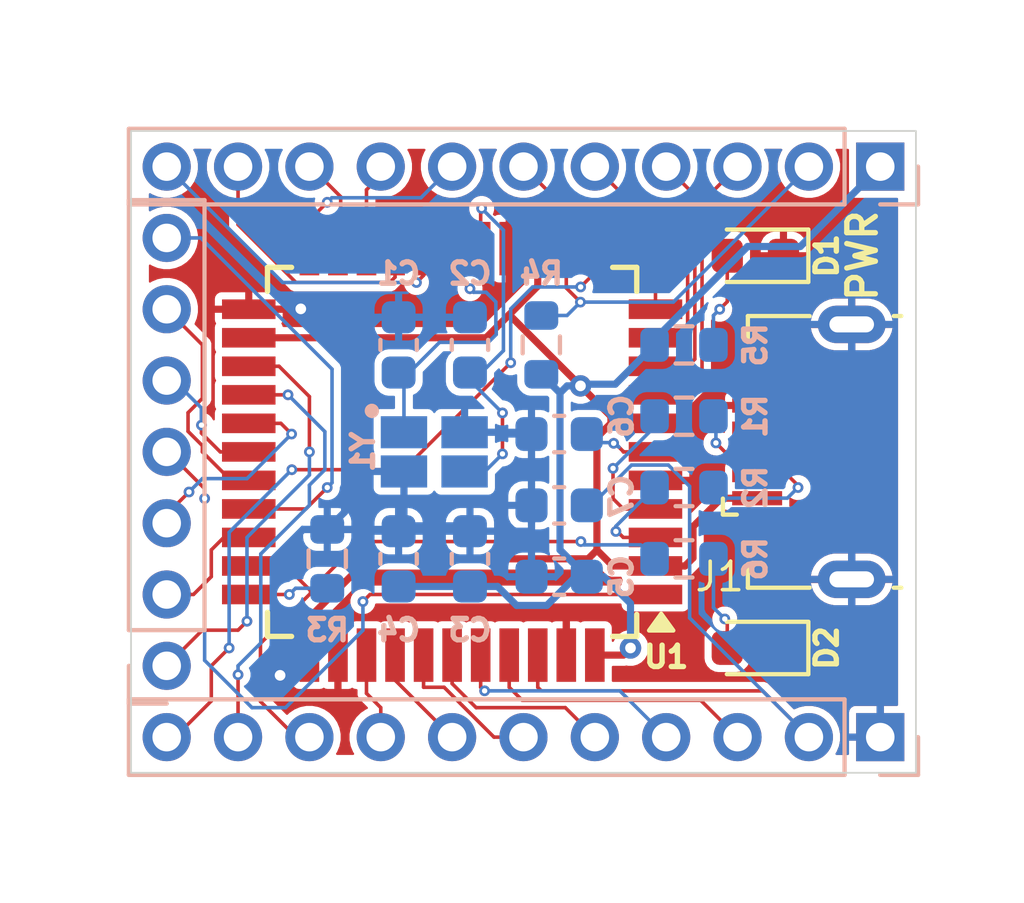
<source format=kicad_pcb>
(kicad_pcb (version 20241229) (generator "pcbnew") (generator_version "9.0")
  (layers (0 "F.Cu" signal) (2 "B.Cu" signal) (13 "F.Paste" user) (15 "B.Paste" user) (5 "F.SilkS" user "F.Silkscreen") (7 "B.SilkS" user "B.Silkscreen") (1 "F.Mask" user) (3 "B.Mask" user) (25 "Edge.Cuts" user))
  (net 0 "")
  (net 1 "XTAL1")
  (net 2 "GND")
  (net 3 "XTAL2")
  (net 4 "RESET")
  (net 5 "Net-(U1-UCAP)")
  (net 6 "Net-(D1-A)")
  (net 7 "Net-(J1-D+)")
  (net 8 "Net-(J1-D-)")
  (net 10 "Net-(U1-D+)")
  (net 11 "Net-(U1-D-)")
  (net 12 "Net-(U1-~{HWB}{slash}PE2)")
  (net 13 "VCC")
  (net 14 "D13{slash}USER_LED")
  (net 15 "A4")
  (net 16 "D5")
  (net 17 "A0")
  (net 18 "MOSI")
  (net 19 "D12")
  (net 20 "MISO")
  (net 21 "A5")
  (net 22 "D10")
  (net 23 "D3{slash}SCL")
  (net 24 "D6")
  (net 25 "SCK")
  (net 26 "A1")
  (net 27 "A3")
  (net 28 "SS")
  (net 29 "D8")
  (net 30 "D0{slash}RX")
  (net 31 "CTS")
  (net 32 "A2")
  (net 33 "D11")
  (net 34 "D1{slash}TX")
  (net 35 "D9")
  (net 36 "D4")
  (net 37 "Net-(D2-A)")
  (net 38 "D7")
  (net 39 "D2{slash}SDA")
  (net 40 "AREF")
  (footprint "LED_SMD:LED_0603_1608Metric" (layer "F.Cu") (at 8.5 -5.5 180)
    (property "Reference" "D1")
    (property "Value" "LED")
  )
  (footprint "Connector_USB:USB_Micro-B_GCT_USB3076-30-A" (layer "F.Cu") (at 10 0 90)
    (property "Reference" "J1")
    (property "Value" "USB_B_Micro")
  )
  (footprint "LED_SMD:LED_0603_1608Metric" (layer "F.Cu") (at 8.5 5.5 180)
    (property "Reference" "D2")
    (property "Value" "LED")
  )
  (footprint "Package_QFP:TQFP-44_10x10mm_P0.8mm" (layer "F.Cu") (at 0 0 180)
    (property "Reference" "U1")
    (property "Value" "ATmega32U4-A")
  )
  (footprint "Capacitor_SMD:C_0603_1608Metric" (layer "B.Cu") (at 3 -0.5 180)
    (property "Reference" "C6")
    (property "Value" "1uF")
  )
  (footprint "Resistor_SMD:R_0603_1608Metric" (layer "B.Cu") (at 2.5 -3 -90)
    (property "Reference" "R4")
    (property "Value" "10k")
  )
  (footprint "Capacitor_SMD:C_0603_1608Metric" (layer "B.Cu") (at -1.5 -3 90)
    (property "Reference" "C1")
    (property "Value" "22pF")
  )
  (footprint "Connector_PinHeader_2.00mm:PinHeader_1x11_P2.00mm_Vertical" (layer "B.Cu") (at 12 8 90)
    (property "Reference" "J3" (hide yes))
    (property "Value" "Conn_01x11")
  )
  (footprint "Crystal:830108288709_Handsolderable" (layer "B.Cu") (at -0.5 0)
    (property "Reference" "Y1")
    (property "Value" "830108288709" (hide yes))
  )
  (footprint "Capacitor_SMD:C_0603_1608Metric" (layer "B.Cu") (at -1.5 3 90)
    (property "Reference" "C4")
    (property "Value" "100nF")
  )
  (footprint "Resistor_SMD:R_0603_1608Metric" (layer "B.Cu") (at 6.5 1 180)
    (property "Reference" "R2")
    (property "Value" "22")
  )
  (footprint "Capacitor_SMD:C_0603_1608Metric" (layer "B.Cu") (at 3 1.5 180)
    (property "Reference" "C7")
    (property "Value" "100nF")
  )
  (footprint "Connector_PinHeader_2.00mm:PinHeader_1x11_P2.00mm_Vertical" (layer "B.Cu") (at 12 -8 90)
    (property "Reference" "J2" (hide yes))
    (property "Value" "Conn_01x11")
  )
  (footprint "Resistor_SMD:R_0603_1608Metric" (layer "B.Cu") (at 6.5 -3)
    (property "Reference" "R5")
    (property "Value" "330")
  )
  (footprint "Capacitor_SMD:C_0603_1608Metric" (layer "B.Cu") (at 3 3.5 180)
    (property "Reference" "C5")
    (property "Value" "100nF")
  )
  (footprint "Capacitor_SMD:C_0603_1608Metric" (layer "B.Cu") (at 0.5 -3 90)
    (property "Reference" "C2")
    (property "Value" "22pF")
  )
  (footprint "Capacitor_SMD:C_0603_1608Metric" (layer "B.Cu") (at 0.5 3 90)
    (property "Reference" "C3")
    (property "Value" "100nF")
  )
  (footprint "Connector_PinHeader_2.00mm:PinHeader_1x07_P2.00mm_Vertical" (layer "B.Cu") (at -8 6)
    (property "Reference" "J4" (hide yes))
    (property "Value" "Conn_01x07")
  )
  (footprint "Resistor_SMD:R_0603_1608Metric" (layer "B.Cu") (at -3.5 3 90)
    (property "Reference" "R3")
    (property "Value" "10k")
  )
  (footprint "Resistor_SMD:R_0603_1608Metric" (layer "B.Cu") (at 6.5 -1 180)
    (property "Reference" "R1")
    (property "Value" "22")
  )
  (footprint "Resistor_SMD:R_0603_1608Metric" (layer "B.Cu") (at 6.5 3)
    (property "Reference" "R6")
    (property "Value" "330")
  )
  (gr_rect (start -9 -9) (end 13 9) (stroke (width 0.05)) (fill no) (layer "Edge.Cuts"))
  (gr_text "PWR" (at 11.5 -5.5 90) (layer "F.SilkS") (effects (font (size 0.8 0.8) (thickness 0.15) (bold yes))))
  (segment (start 0 -5.075) (end 0 -5.7) (width 0.1) (layer "F.Cu") (net 1))
  (segment (start 0.5 -4.575) (end 0 -5.075) (width 0.1) (layer "F.Cu") (net 1))
  (via (at 0.5 -4.575) (size 0.3) (drill 0.15) (layers "F.Cu" "B.Cu") (net 1))
  (segment (start 0.5 -4.575) (end 0.599 -4.476) (width 0.1) (layer "B.Cu") (net 1))
  (segment (start 1.0152 -3.0724) (end -0.352 -3.0724) (width 0.1) (layer "B.Cu") (net 1))
  (segment (start 1.2362 -3.2934) (end 1.0152 -3.0724) (width 0.1) (layer "B.Cu") (net 1))
  (segment (start 1.226 -4.2034) (end 1.226 -3.524) (width 0.1) (layer "B.Cu") (net 1))
  (segment (start -0.352 -3.0724) (end -1.3497 -2.0747) (width 0.1) (layer "B.Cu") (net 1))
  (segment (start 0.599 -4.476) (end 0.9534 -4.476) (width 0.1) (layer "B.Cu") (net 1))
  (segment (start 0.9534 -4.476) (end 1.226 -4.2034) (width 0.1) (layer "B.Cu") (net 1))
  (segment (start -1.3497 -2.0747) (end -1.5 -2.225) (width 0.1) (layer "B.Cu") (net 1))
  (segment (start -1.3497 -0.5497) (end -1.3497 -2.0747) (width 0.1) (layer "B.Cu") (net 1))
  (segment (start 1.2362 -3.5138) (end 1.2362 -3.2934) (width 0.1) (layer "B.Cu") (net 1))
  (segment (start 1.226 -3.524) (end 1.2362 -3.5138) (width 0.1) (layer "B.Cu") (net 1))
  (segment (start 8.97 -2.32) (end 9.9483 -3.2983) (width 0.2) (layer "F.Cu") (net 2))
  (segment (start -3.0983 4.6483) (end 3.2 4.6483) (width 0.2) (layer "F.Cu") (net 2))
  (segment (start -4.822 6.2672) (end -4.77295 6.31625) (width 0.2) (layer "F.Cu") (net 2))
  (segment (start -4.23115 -4) (end -4.241675 -4.010525) (width 0.2) (layer "F.Cu") (net 2))
  (segment (start -4.77295 6.50665) (end -4.5279 6.7517) (width 0.2) (layer "F.Cu") (net 2))
  (segment (start -3.2 6.7517) (end -3.2 5.7) (width 0.2) (layer "F.Cu") (net 2))
  (segment (start 0.9517 -4) (end -4.23115 -4) (width 0.2) (layer "F.Cu") (net 2))
  (segment (start 9.9483 2.3684) (end 9.9483 3.575) (width 0.2) (layer "F.Cu") (net 2))
  (segment (start 7.9433 -2.32) (end 6.7517 -1.1284) (width 0.2) (layer "F.Cu") (net 2))
  (segment (start -4.2522 -4) (end -5.7 -4) (width 0.2) (layer "F.Cu") (net 2))
  (segment (start 1.6 -4.6483) (end 0.9517 -4) (width 0.2) (layer "F.Cu") (net 2))
  (segment (start 8.55 -1.9) (end 8.97 -2.32) (width 0.2) (layer "F.Cu") (net 2))
  (segment (start 9.2875 -4.6608) (end 9.9483 -4) (width 0.2) (layer "F.Cu") (net 2))
  (segment (start 11.2 1.125) (end 11.1917 1.125) (width 0.2) (layer "F.Cu") (net 2))
  (segment (start 5.7 0.8) (end 6.7517 0.8) (width 0.2) (layer "F.Cu") (net 2))
  (segment (start 9.4834 2.32) (end 8.97 2.32) (width 0.2) (layer "F.Cu") (net 2))
  (segment (start 9.2875 -5.5) (end 9.2875 -4.6608) (width 0.2) (layer "F.Cu") (net 2))
  (segment (start 7 4.6483) (end 3.2 4.6483) (width 0.2) (layer "F.Cu") (net 2))
  (segment (start 8.97 -2.32) (end 7.9433 -2.32) (width 0.2) (layer "F.Cu") (net 2))
  (segment (start -4.77295 6.31625) (end -4.77295 6.50665) (width 0.2) (layer "F.Cu") (net 2))
  (segment (start 9.9967 2.32) (end 9.9483 2.3684) (width 0.2) (layer "F.Cu") (net 2))
  (segment (start 9.9483 -4) (end 9.9483 -3.575) (width 0.2) (layer "F.Cu") (net 2))
  (segment (start 11.025 -1.3) (end 8.55 -1.3) (width 0.2) (layer "F.Cu") (net 2))
  (segment (start 9.2875 4.6483) (end 9.2875 5.5) (width 0.2) (layer "F.Cu") (net 2))
  (segment (start 11.1917 1.125) (end 9.9967 2.32) (width 0.2) (layer "F.Cu") (net 2))
  (segment (start -4.5279 6.7517) (end -3.2 6.7517) (width 0.2) (layer "F.Cu") (net 2))
  (segment (start 3.2 5.7) (end 3.2 4.6483) (width 0.2) (layer "F.Cu") (net 2))
  (segment (start 1.6 -5.7) (end 1.6 -4.6483) (width 0.2) (layer "F.Cu") (net 2))
  (segment (start 9.9483 -3.2983) (end 9.9483 -3.575) (width 0.2) (layer "F.Cu") (net 2))
  (segment (start 8.55 -1.3) (end 8.55 -1.9) (width 0.2) (layer "F.Cu") (net 2))
  (segment (start 11.2 -3.575) (end 9.9483 -3.575) (width 0.2) (layer "F.Cu") (net 2))
  (segment (start 9.2875 4.2358) (end 7.4125 4.2358) (width 0.2) (layer "F.Cu") (net 2))
  (segment (start -4.241675 -4.010525) (end -4.2522 -4) (width 0.2) (layer "F.Cu") (net 2))
  (segment (start -3.2 4.75) (end -3.0983 4.6483) (width 0.2) (layer "F.Cu") (net 2))
  (segment (start -3.2 5.7) (end -3.2 4.75) (width 0.2) (layer "F.Cu") (net 2))
  (segment (start 7.4125 4.2358) (end 7 4.6483) (width 0.2) (layer "F.Cu") (net 2))
  (segment (start 9.4834 2.32) (end 9.9967 2.32) (width 0.2) (layer "F.Cu") (net 2))
  (segment (start 9.9483 3.575) (end 9.2875 4.2358) (width 0.2) (layer "F.Cu") (net 2))
  (segment (start 6.7517 -1.1284) (end 6.7517 0.8) (width 0.2) (layer "F.Cu") (net 2))
  (segment (start 11.2 3.575) (end 9.9483 3.575) (width 0.2) (layer "F.Cu") (net 2))
  (segment (start 9.2875 4.2358) (end 9.2875 4.6483) (width 0.2) (layer "F.Cu") (net 2))
  (segment (start 11.2 -1.125) (end 11.025 -1.3) (width 0.2) (layer "F.Cu") (net 2))
  (via (at -4.822 6.2672) (size 0.6) (drill 0.3) (layers "F.Cu" "B.Cu") (net 2))
  (via (at -4.241675 -4.010525) (size 0.6) (drill 0.3) (layers "F.Cu" "B.Cu") (net 2))
  (segment (start -4.822 6.2672) (end -5.0124 6.0768) (width 0.2) (layer "B.Cu") (net 2))
  (segment (start 2.225 1.994) (end 2.225 1.5) (width 0.2) (layer "B.Cu") (net 2))
  (segment (start -5.0124 6.0768) (end -5.0124 3.0124) (width 0.2) (layer "B.Cu") (net 2))
  (segment (start 0.3498 -0.5497) (end 2.1753 -0.5497) (width 0.2) (layer "B.Cu") (net 2))
  (segment (start -5.0124 3.0124) (end -4.175 2.175) (width 0.2) (layer "B.Cu") (net 2))
  (segment (start 2.1753 -0.5497) (end 2.225 -0.5) (width 0.2) (layer "B.Cu") (net 2))
  (segment (start -3.0149 -2.8048) (end -3.5 -3.2899) (width 0.2) (layer "B.Cu") (net 2))
  (segment (start 11.2 5.25) (end 11.2 3.575) (width 0.2) (layer "B.Cu") (net 2))
  (segment (start -3.5 2.175) (end -1.55 2.175) (width 0.2) (layer "B.Cu") (net 2))
  (segment (start 2.225 1.994) (end 2.225 -0.5) (width 0.2) (layer "B.Cu") (net 2))
  (segment (start -3.0149 -2.8048) (end -2.0447 -3.775) (width 0.2) (layer "B.Cu") (net 2))
  (segment (start -3.5 -3.2899) (end -4.220625 -4.010525) (width 0.2) (layer "B.Cu") (net 2))
  (segment (start 12 8) (end 12 6.05) (width 0.2) (layer "B.Cu") (net 2))
  (segment (start -4.175 2.175) (end -3.5 2.175) (width 0.2) (layer "B.Cu") (net 2))
  (segment (start 0.3497 2.0747) (end 0.5 2.225) (width 0.2) (layer "B.Cu") (net 2))
  (segment (start 2.225 2.225) (end 0.5 2.225) (width 0.2) (layer "B.Cu") (net 2))
  (segment (start -2.0447 -3.775) (end -1.5 -3.775) (width 0.2) (layer "B.Cu") (net 2))
  (segment (start -3.5 2.175) (end -3.0149 1.6899) (width 0.2) (layer "B.Cu") (net 2))
  (segment (start 2.225 3.5) (end 2.225 2.225) (width 0.2) (layer "B.Cu") (net 2))
  (segment (start -1.3497 2.0747) (end -1.5 2.225) (width 0.2) (layer "B.Cu") (net 2))
  (segment (start -1.55 2.175) (end -1.5 2.225) (width 0.2) (layer "B.Cu") (net 2))
  (segment (start -3.0149 1.6899) (end -3.0149 -2.8048) (width 0.2) (layer "B.Cu") (net 2))
  (segment (start -1.3497 0.5498) (end -1.3497 2.0747) (width 0.2) (layer "B.Cu") (net 2))
  (segment (start 12 6.05) (end 11.2 5.25) (width 0.2) (layer "B.Cu") (net 2))
  (segment (start -4.220625 -4.010525) (end -4.241675 -4.010525) (width 0.2) (layer "B.Cu") (net 2))
  (segment (start 11.2 3.575) (end 11.2 -3.575) (width 0.2) (layer "B.Cu") (net 2))
  (segment (start -1.3497 2.0747) (end 0.3497 2.0747) (width 0.2) (layer "B.Cu") (net 2))
  (segment (start 0.5 -3.775) (end -1.5 -3.775) (width 0.2) (layer "B.Cu") (net 2))
  (segment (start 2.225 2.225) (end 2.225 1.994) (width 0.2) (layer "B.Cu") (net 2))
  (segment (start 0.8275 -6.8275) (end 0.8 -6.8) (width 0.1) (layer "F.Cu") (net 3))
  (segment (start 1.4114 0.0568) (end 1.4114 -1.0922) (width 0.1) (layer "F.Cu") (net 3))
  (segment (start 0.8 -6.8) (end 0.8 -5.7) (width 0.1) (layer "F.Cu") (net 3))
  (via (at 1.4114 -1.0922) (size 0.3) (drill 0.15) (layers "F.Cu" "B.Cu") (net 3))
  (via (at 0.8275 -6.8275) (size 0.3) (drill 0.15) (layers "F.Cu" "B.Cu") (net 3))
  (via (at 1.4114 0.0568) (size 0.3) (drill 0.15) (layers "F.Cu" "B.Cu") (net 3))
  (segment (start 0.5 -2.225) (end 0.825 -2.225) (width 0.1) (layer "B.Cu") (net 3))
  (segment (start 0.8275 -6.8275) (end 1.4379 -6.2171) (width 0.1) (layer "B.Cu") (net 3))
  (segment (start 1.4379 -6.2171) (end 1.4379 -2.8379) (width 0.1) (layer "B.Cu") (net 3))
  (segment (start 0.5 -2.0036) (end 1.4114 -1.0922) (width 0.1) (layer "B.Cu") (net 3))
  (segment (start 1.4114 0.0568) (end 0.9184 0.5498) (width 0.1) (layer "B.Cu") (net 3))
  (segment (start 0.9184 0.5498) (end 0.3498 0.5498) (width 0.1) (layer "B.Cu") (net 3))
  (segment (start 1.4379 -2.8379) (end 0.825 -2.225) (width 0.1) (layer "B.Cu") (net 3))
  (segment (start 0.5 -2.225) (end 0.5 -2.0036) (width 0.1) (layer "B.Cu") (net 3))
  (segment (start 3.2 -4.5964) (end 3.2 -5.7) (width 0.1) (layer "F.Cu") (net 4))
  (segment (start 3.5964 -4.2) (end 3.2 -4.5964) (width 0.1) (layer "F.Cu") (net 4))
  (via (at 3.5964 -4.2) (size 0.3) (drill 0.15) (layers "F.Cu" "B.Cu") (net 4))
  (segment (start 6.2 -4.2) (end 3.5964 -4.2) (width 0.1) (layer "B.Cu") (net 4))
  (segment (start 2.5 -3.825) (end 3.2214 -3.825) (width 0.1) (layer "B.Cu") (net 4))
  (segment (start 3.2214 -3.825) (end 3.5964 -4.2) (width 0.1) (layer "B.Cu") (net 4))
  (segment (start 10 -8) (end 6.2 -4.2) (width 0.1) (layer "B.Cu") (net 4))
  (segment (start 4.568499 -0.240401) (end 4.6736 -0.1353) (width 0.1) (layer "F.Cu") (net 5))
  (segment (start 4.7983 -0.0106) (end 4.7983 0) (width 0.1) (layer "F.Cu") (net 5))
  (segment (start 4.6736 -0.1353) (end 4.5493 -0.2596) (width 0.1) (layer "F.Cu") (net 5))
  (segment (start 4.568499 -0.240401) (end 4.7983 -0.0106) (width 0.1) (layer "F.Cu") (net 5))
  (segment (start 4.527799 -0.240401) (end 4.568499 -0.240401) (width 0.1) (layer "F.Cu") (net 5))
  (segment (start 4.7983 0) (end 5.7 0) (width 0.1) (layer "F.Cu") (net 5))
  (via (at 4.527799 -0.240401) (size 0.3) (drill 0.15) (layers "F.Cu" "B.Cu") (net 5))
  (segment (start 4.5086 -0.2596) (end 4.0154 -0.2596) (width 0.1) (layer "B.Cu") (net 5))
  (segment (start 4.6736 -0.1353) (end 4.5493 -0.2596) (width 0.1) (layer "B.Cu") (net 5))
  (segment (start 4.568499 -0.240401) (end 4.6736 -0.1353) (width 0.1) (layer "B.Cu") (net 5))
  (segment (start 4.527799 -0.240401) (end 4.5086 -0.2596) (width 0.1) (layer "B.Cu") (net 5))
  (segment (start 4.527799 -0.240401) (end 4.568499 -0.240401) (width 0.1) (layer "B.Cu") (net 5))
  (segment (start 4.0154 -0.2596) (end 3.775 -0.5) (width 0.1) (layer "B.Cu") (net 5))
  (segment (start 7.7125 -4.2125) (end 7.5 -4) (width 0.1) (layer "F.Cu") (net 6))
  (segment (start 7.7125 -5.5) (end 7.7125 -4.2125) (width 0.1) (layer "F.Cu") (net 6))
  (via (at 7.5 -4) (size 0.3) (drill 0.15) (layers "F.Cu" "B.Cu") (net 6))
  (segment (start 7.325 -3.825) (end 7.325 -3) (width 0.1) (layer "B.Cu") (net 6))
  (segment (start 7.5 -4) (end 7.325 -3.825) (width 0.1) (layer "B.Cu") (net 6))
  (segment (start 7.6457 0.0016) (end 7.6967 0.0016) (width 0.1) (layer "F.Cu") (net 7))
  (segment (start 7.3941 -0.25) (end 7.6457 0.0016) (width 0.1) (layer "F.Cu") (net 7))
  (segment (start 7.6983 0) (end 8.55 0) (width 0.1) (layer "F.Cu") (net 7))
  (segment (start 7.6967 0.0016) (end 7.6983 0) (width 0.1) (layer "F.Cu") (net 7))
  (via (at 7.3941 -0.25) (size 0.3) (drill 0.15) (layers "F.Cu" "B.Cu") (net 7))
  (segment (start 7.3941 -0.9309) (end 7.325 -1) (width 0.1) (layer "B.Cu") (net 7))
  (segment (start 7.3941 -0.25) (end 7.3941 -0.9309) (width 0.1) (layer "B.Cu") (net 7))
  (segment (start 9.695 0.9433) (end 9.4017 0.65) (width 0.1) (layer "F.Cu") (net 8))
  (segment (start 9.4017 0.65) (end 8.55 0.65) (width 0.1) (layer "F.Cu") (net 8))
  (segment (start 9.695 1) (end 9.695 0.9433) (width 0.1) (layer "F.Cu") (net 8))
  (via (at 9.695 1) (size 0.3) (drill 0.15) (layers "F.Cu" "B.Cu") (net 8))
  (segment (start 7.6225 1.2975) (end 7.325 1) (width 0.1) (layer "B.Cu") (net 8))
  (segment (start 9.695 1) (end 9.3975 1.2975) (width 0.1) (layer "B.Cu") (net 8))
  (segment (start 9.3975 1.2975) (end 7.6225 1.2975) (width 0.1) (layer "B.Cu") (net 8))
  (segment (start 4.5103 1.312) (end 4.5103 0.4625) (width 0.1) (layer "F.Cu") (net 10))
  (segment (start 4.7983 1.6) (end 4.5103 1.312) (width 0.1) (layer "F.Cu") (net 10))
  (segment (start 5.7 1.6) (end 4.7983 1.6) (width 0.1) (layer "F.Cu") (net 10))
  (via (at 4.5103 0.4625) (size 0.3) (drill 0.15) (layers "F.Cu" "B.Cu") (net 10))
  (segment (start 5.675 -0.7022) (end 5.675 -1) (width 0.1) (layer "B.Cu") (net 10))
  (segment (start 4.5103 0.4625) (end 5.675 -0.7022) (width 0.1) (layer "B.Cu") (net 10))
  (segment (start 4.5907 2.2316) (end 4.6299 2.2316) (width 0.1) (layer "F.Cu") (net 11))
  (segment (start 4.6299 2.2316) (end 4.7983 2.4) (width 0.1) (layer "F.Cu") (net 11))
  (segment (start 5.7 2.4) (end 4.7983 2.4) (width 0.1) (layer "F.Cu") (net 11))
  (via (at 4.5907 2.2316) (size 0.3) (drill 0.15) (layers "F.Cu" "B.Cu") (net 11))
  (segment (start 4.5907 2.0843) (end 4.5907 2.2316) (width 0.1) (layer "B.Cu") (net 11))
  (segment (start 5.675 1) (end 4.5907 2.0843) (width 0.1) (layer "B.Cu") (net 11))
  (segment (start -4.5624 4) (end -5.7 4) (width 0.1) (layer "F.Cu") (net 12))
  (via (at -4.5624 4) (size 0.3) (drill 0.15) (layers "F.Cu" "B.Cu") (net 12))
  (segment (start -4.3874 3.825) (end -4.5624 4) (width 0.1) (layer "B.Cu") (net 12))
  (segment (start -3.5 3.825) (end -4.3874 3.825) (width 0.1) (layer "B.Cu") (net 12))
  (segment (start 1.6 -3.8483) (end 3.5979 -1.8504) (width 0.2) (layer "F.Cu") (net 13))
  (segment (start 5.7 3.2) (end 6.527 3.2) (width 0.2) (layer "F.Cu") (net 13))
  (segment (start -5.7 -3.2) (end 0.9517 -3.2) (width 0.2) (layer "F.Cu") (net 13))
  (segment (start -2.3517 3) (end 3.8125 3) (width 0.2) (layer "F.Cu") (net 13))
  (segment (start 4.451 -0.9973) (end 3.5979 -1.8504) (width 0.2) (layer "F.Cu") (net 13))
  (segment (start 4.6483 -0.8) (end 4.607 -0.8) (width 0.2) (layer "F.Cu") (net 13))
  (segment (start 7.5483 1.3) (end 8.55 1.3) (width 0.2) (layer "F.Cu") (net 13))
  (segment (start 0.9517 -3.2) (end 1.6 -3.8483) (width 0.2) (layer "F.Cu") (net 13))
  (segment (start 5.7 -0.8) (end 5.1742 -0.8) (width 0.2) (layer "F.Cu") (net 13))
  (segment (start 4.607 -0.8) (end 4.451 -0.8) (width 0.2) (layer "F.Cu") (net 13))
  (segment (start 1.6 -3.8483) (end 2.4 -4.6483) (width 0.2) (layer "F.Cu") (net 13))
  (segment (start 4.0586 2.7539) (end 4.5047 3.2) (width 0.2) (layer "F.Cu") (net 13))
  (segment (start 6.527 3.2) (end 6.7517 2.9753) (width 0.2) (layer "F.Cu") (net 13))
  (segment (start -4 5.7) (end -4 4.6483) (width 0.2) (layer "F.Cu") (net 13))
  (segment (start -4 4.6483) (end -2.3517 3) (width 0.2) (layer "F.Cu") (net 13))
  (segment (start 2.4 -5.7) (end 2.4 -4.6483) (width 0.2) (layer "F.Cu") (net 13))
  (segment (start 4.451 -0.8) (end 4.0586 -0.4076) (width 0.2) (layer "F.Cu") (net 13))
  (segment (start 4.451 -0.8) (end 4.451 -0.9973) (width 0.2) (layer "F.Cu") (net 13))
  (segment (start 6.7517 2.0966) (end 7.5483 1.3) (width 0.2) (layer "F.Cu") (net 13))
  (segment (start 4.8 5.7) (end 5 5.5) (width 0.2) (layer "F.Cu") (net 13))
  (segment (start 4.5047 3.2) (end 5.7 3.2) (width 0.2) (layer "F.Cu") (net 13))
  (segment (start 6.7517 2.9753) (end 6.7517 2.0966) (width 0.2) (layer "F.Cu") (net 13))
  (segment (start 3.8125 3) (end 4.0586 2.7539) (width 0.2) (layer "F.Cu") (net 13))
  (segment (start 4.0586 -0.4076) (end 4.0586 2.7539) (width 0.2) (layer "F.Cu") (net 13))
  (segment (start 4 5.7) (end 4.8 5.7) (width 0.2) (layer "F.Cu") (net 13))
  (segment (start 5.1742 -0.8) (end 4.6483 -0.8) (width 0.2) (layer "F.Cu") (net 13))
  (via (at 5 5.5) (size 0.6) (drill 0.3) (layers "F.Cu" "B.Cu") (net 13))
  (via (at 3.5979 -1.8504) (size 0.6) (drill 0.3) (layers "F.Cu" "B.Cu") (net 13))
  (segment (start 2.6562 4.3062) (end 3.4624 3.5) (width 0.2) (layer "B.Cu") (net 13))
  (segment (start 3.024 -1.651) (end 2.5 -2.175) (width 0.2) (layer "B.Cu") (net 13))
  (segment (start 1.275 3.775) (end 1.8062 4.3062) (width 0.2) (layer "B.Cu") (net 13))
  (segment (start 3.5979 -1.8981) (end 3.5979 -1.8504) (width 0.2) (layer "B.Cu") (net 13))
  (segment (start 9.7599 -5.7599) (end 8.2821 -5.7599) (width 0.2) (layer "B.Cu") (net 13))
  (segment (start 5 4.25) (end 4.25 3.5) (width 0.2) (layer "B.Cu") (net 13))
  (segment (start 3.2234 -1.8504) (end 3.024 -1.651) (width 0.2) (layer "B.Cu") (net 13))
  (segment (start 4.25 3.5) (end 3.775 3.5) (width 0.2) (layer "B.Cu") (net 13))
  (segment (start 3.775 3.5) (end 3.024 2.749) (width 0.2) (layer "B.Cu") (net 13))
  (segment (start 5 5.5) (end 5 4.25) (width 0.2) (layer "B.Cu") (net 13))
  (segment (start 12 -8) (end 9.7599 -5.7599) (width 0.2) (layer "B.Cu") (net 13))
  (segment (start 0.5 3.775) (end 1.275 3.775) (width 0.2) (layer "B.Cu") (net 13))
  (segment (start -1.5 3.775) (end 0.5 3.775) (width 0.2) (layer "B.Cu") (net 13))
  (segment (start 5.675 -3.1528) (end 5.675 -3) (width 0.2) (layer "B.Cu") (net 13))
  (segment (start 1.8062 4.3062) (end 2.6562 4.3062) (width 0.2) (layer "B.Cu") (net 13))
  (segment (start 3.5979 -1.8504) (end 3.2234 -1.8504) (width 0.2) (layer "B.Cu") (net 13))
  (segment (start 4.5731 -1.8981) (end 5.675 -3) (width 0.2) (layer "B.Cu") (net 13))
  (segment (start 3.4624 3.5) (end 3.775 3.5) (width 0.2) (layer "B.Cu") (net 13))
  (segment (start 3.5979 -1.8981) (end 4.5731 -1.8981) (width 0.2) (layer "B.Cu") (net 13))
  (segment (start 8.2821 -5.7599) (end 5.675 -3.1528) (width 0.2) (layer "B.Cu") (net 13))
  (segment (start 3.024 2.749) (end 3.024 -1.651) (width 0.2) (layer "B.Cu") (net 13))
  (segment (start -5.7 3.2) (end -4.8745 3.2) (width 0.1) (layer "F.Cu") (net 14))
  (segment (start -4 8) (end -4.372 8) (width 0.1) (layer "F.Cu") (net 14))
  (segment (start 3.6086 2.514792) (end -2.592392 2.514792) (width 0.1) (layer "F.Cu") (net 14))
  (segment (start -4.372 8) (end -5.372 7) (width 0.1) (layer "F.Cu") (net 14))
  (segment (start -3.9697 3.8921) (end -3.9697 3.9697) (width 0.1) (layer "F.Cu") (net 14))
  (segment (start -4.8745 3.2) (end -4.6618 3.2) (width 0.1) (layer "F.Cu") (net 14))
  (segment (start -2.592392 2.514792) (end -3.9697 3.8921) (width 0.1) (layer "F.Cu") (net 14))
  (segment (start -4.6618 3.2) (end -3.9697 3.8921) (width 0.1) (layer "F.Cu") (net 14))
  (segment (start -5.372 7) (end -5.372 5.372) (width 0.1) (layer "F.Cu") (net 14))
  (segment (start -3.9697 3.9697) (end -5.372 5.372) (width 0.1) (layer "F.Cu") (net 14))
  (via (at 3.6086 2.514792) (size 0.3) (drill 0.15) (layers "F.Cu" "B.Cu") (net 14))
  (segment (start 5.2826 2.6076) (end 3.701408 2.6076) (width 0.1) (layer "B.Cu") (net 14))
  (segment (start 3.701408 2.6076) (end 3.6086 2.514792) (width 0.1) (layer "B.Cu") (net 14))
  (segment (start 5.675 3) (end 5.2826 2.6076) (width 0.1) (layer "B.Cu") (net 14))
  (segment (start 0.9109 6.7017) (end 0.8109 6.6017) (width 0.1) (layer "F.Cu") (net 15))
  (segment (start 0.8 5.7) (end 0.8 6.6017) (width 0.1) (layer "F.Cu") (net 15))
  (segment (start 0.8109 6.6017) (end 0.8 6.6017) (width 0.1) (layer "F.Cu") (net 15))
  (via (at 0.9109 6.7017) (size 0.3) (drill 0.15) (layers "F.Cu" "B.Cu") (net 15))
  (segment (start 4.7017 6.7017) (end 0.9109 6.7017) (width 0.1) (layer "B.Cu") (net 15))
  (segment (start 6 8) (end 4.7017 6.7017) (width 0.1) (layer "B.Cu") (net 15))
  (segment (start -8 4) (end -7.25 4) (width 0.1) (layer "F.Cu") (net 16))
  (segment (start -6.4 2.4) (end -5.7 2.4) (width 0.1) (layer "F.Cu") (net 16))
  (segment (start -6.75 3.5) (end -6.75 2.75) (width 0.1) (layer "F.Cu") (net 16))
  (segment (start -6.75 2.75) (end -6.4 2.4) (width 0.1) (layer "F.Cu") (net 16))
  (segment (start -7.25 4) (end -6.75 3.5) (width 0.1) (layer "F.Cu") (net 16))
  (segment (start -2 8) (end -2 7.1733) (width 0.1) (layer "F.Cu") (net 17))
  (segment (start -2 7.1733) (end -2.4 6.7733) (width 0.1) (layer "F.Cu") (net 17))
  (segment (start -2.4 6.7733) (end -2.4 5.7) (width 0.1) (layer "F.Cu") (net 17))
  (segment (start 6.6017 -5.3983) (end 4 -8) (width 0.1) (layer "F.Cu") (net 18))
  (segment (start 5.7 -3.2) (end 6.3017 -3.2) (width 0.1) (layer "F.Cu") (net 18))
  (segment (start 6.6017 -3.5) (end 6.6017 -5.3983) (width 0.1) (layer "F.Cu") (net 18))
  (segment (start 6.3017 -3.2) (end 6.6017 -3.5) (width 0.1) (layer "F.Cu") (net 18))
  (segment (start -4.6 -1.6) (end -5.7 -1.6) (width 0.1) (layer "F.Cu") (net 19))
  (segment (start -6 6.25) (end -6 8) (width 0.1) (layer "F.Cu") (net 19))
  (via (at -6 6.25) (size 0.3) (drill 0.15) (layers "F.Cu" "B.Cu") (net 19))
  (via (at -4.6 -1.6) (size 0.3) (drill 0.15) (layers "F.Cu" "B.Cu") (net 19))
  (segment (start -5.3634 2.8634) (end -4 1.5) (width 0.1) (layer "B.Cu") (net 19))
  (segment (start -4 1.5) (end -4 0.9331) (width 0.1) (layer "B.Cu") (net 19))
  (segment (start -6 6.25) (end -6 6) (width 0.1) (layer "B.Cu") (net 19))
  (segment (start -6 6) (end -5.3634 5.3634) (width 0.1) (layer "B.Cu") (net 19))
  (segment (start -4 0.9331) (end -3.5669 0.5) (width 0.1) (layer "B.Cu") (net 19))
  (segment (start -3.5669 0.5) (end -3.5669 -0.5669) (width 0.1) (layer "B.Cu") (net 19))
  (segment (start -5.3634 5.3634) (end -5.3634 2.8634) (width 0.1) (layer "B.Cu") (net 19))
  (segment (start -3.5669 -0.5669) (end -4.6 -1.6) (width 0.1) (layer "B.Cu") (net 19))
  (segment (start 5.7 -4) (end 5.7 -5.55) (width 0.1) (layer "F.Cu") (net 20))
  (segment (start 4.3305 -6.9195) (end 3.0805 -6.9195) (width 0.1) (layer "F.Cu") (net 20))
  (segment (start 5.7 -5.55) (end 4.3305 -6.9195) (width 0.1) (layer "F.Cu") (net 20))
  (segment (start 3.0805 -6.9195) (end 2 -8) (width 0.1) (layer "F.Cu") (net 20))
  (segment (start 1.9661 6.9678) (end 1.6 6.6017) (width 0.1) (layer "F.Cu") (net 21))
  (segment (start 6.9678 6.9678) (end 1.9661 6.9678) (width 0.1) (layer "F.Cu") (net 21))
  (segment (start 8 8) (end 6.9678 6.9678) (width 0.1) (layer "F.Cu") (net 21))
  (segment (start 1.6 6.6017) (end 1.6 5.7) (width 0.1) (layer "F.Cu") (net 21))
  (segment (start -3.5 1) (end -4.1 1.6) (width 0.1) (layer "F.Cu") (net 22))
  (segment (start -4.1 1.6) (end -5.7 1.6) (width 0.1) (layer "F.Cu") (net 22))
  (via (at -3.5 1) (size 0.3) (drill 0.15) (layers "F.Cu" "B.Cu") (net 22))
  (segment (start -7.045406 -6) (end -8 -6) (width 0.1) (layer "B.Cu") (net 22))
  (segment (start -3.3659 0.8659) (end -3.3659 -2.320494) (width 0.1) (layer "B.Cu") (net 22))
  (segment (start -3.5 1) (end -3.3659 0.8659) (width 0.1) (layer "B.Cu") (net 22))
  (segment (start -3.3659 -2.320494) (end -7.045406 -6) (width 0.1) (layer "B.Cu") (net 22))
  (segment (start -0.8 -5.7) (end -0.8 -4.95) (width 0.1) (layer "F.Cu") (net 23))
  (segment (start -0.8 -4.95) (end -1 -4.75) (width 0.1) (layer "F.Cu") (net 23))
  (via (at -1 -4.75) (size 0.3) (drill 0.15) (layers "F.Cu" "B.Cu") (net 23))
  (segment (start -4.75 -4.75) (end -8 -8) (width 0.1) (layer "B.Cu") (net 23))
  (segment (start -1 -4.75) (end -4.75 -4.75) (width 0.1) (layer "B.Cu") (net 23))
  (segment (start -4.5 -0.5) (end -4.8 -0.8) (width 0.1) (layer "F.Cu") (net 24))
  (segment (start -7.375 1.125) (end -8 1.75) (width 0.1) (layer "F.Cu") (net 24))
  (segment (start -8 1.75) (end -8 2) (width 0.1) (layer "F.Cu") (net 24))
  (segment (start -4.8 -0.8) (end -5.7 -0.8) (width 0.1) (layer "F.Cu") (net 24))
  (via (at -7.375 1.125) (size 0.3) (drill 0.15) (layers "F.Cu" "B.Cu") (net 24))
  (via (at -4.5 -0.5) (size 0.3) (drill 0.15) (layers "F.Cu" "B.Cu") (net 24))
  (segment (start -7 0.75) (end -5.75 0.75) (width 0.1) (layer "B.Cu") (net 24))
  (segment (start -5.75 0.75) (end -4.5 -0.5) (width 0.1) (layer "B.Cu") (net 24))
  (segment (start -7.375 1.125) (end -7 0.75) (width 0.1) (layer "B.Cu") (net 24))
  (segment (start 6.8034 -2.6017) (end 6.8034 -7.1966) (width 0.1) (layer "F.Cu") (net 25))
  (segment (start 6.8034 -7.1966) (end 6 -8) (width 0.1) (layer "F.Cu") (net 25))
  (segment (start 5.7 -2.4) (end 6.6017 -2.4) (width 0.1) (layer "F.Cu") (net 25))
  (segment (start 6.6017 -2.4) (end 6.8034 -2.6017) (width 0.1) (layer "F.Cu") (net 25))
  (segment (start -1.6 6.4) (end 0 8) (width 0.1) (layer "F.Cu") (net 26))
  (segment (start -1.6 5.7) (end -1.6 6.4) (width 0.1) (layer "F.Cu") (net 26))
  (segment (start 4 8) (end 3.1733 7.1733) (width 0.1) (layer "F.Cu") (net 27))
  (segment (start 0.6733 7.1733) (end 0 6.5) (width 0.1) (layer "F.Cu") (net 27))
  (segment (start 3.1733 7.1733) (end 0.6733 7.1733) (width 0.1) (layer "F.Cu") (net 27))
  (segment (start 0 6.5) (end 0 5.7) (width 0.1) (layer "F.Cu") (net 27))
  (segment (start 5.7 -1.6) (end 6.6017 -1.6) (width 0.1) (layer "F.Cu") (net 28))
  (segment (start 7.0051 -7.0051) (end 8 -8) (width 0.1) (layer "F.Cu") (net 28))
  (segment (start 7.0051 -2.0034) (end 7.0051 -7.0051) (width 0.1) (layer "F.Cu") (net 28))
  (segment (start 6.6017 -1.6) (end 7.0051 -2.0034) (width 0.1) (layer "F.Cu") (net 28))
  (segment (start -7.0258 -0.5258) (end -6.5 0) (width 0.1) (layer "F.Cu") (net 29))
  (segment (start -6.5 0) (end -5.7 0) (width 0.1) (layer "F.Cu") (net 29))
  (segment (start -7.0258 -0.75) (end -7.0258 -0.5258) (width 0.1) (layer "F.Cu") (net 29))
  (via (at -7.0258 -0.75) (size 0.3) (drill 0.15) (layers "F.Cu" "B.Cu") (net 29))
  (segment (start -7.7963 -2) (end -8 -2) (width 0.1) (layer "B.Cu") (net 29))
  (segment (start -7.0258 -1.2295) (end -7.7963 -2) (width 0.1) (layer "B.Cu") (net 29))
  (segment (start -7.0258 -0.75) (end -7.0258 -1.2279) (width 0.1) (layer "B.Cu") (net 29))
  (segment (start -7.0258 -0.75) (end -7.0258 -1.2295) (width 0.1) (layer "B.Cu") (net 29))
  (segment (start -2.4 -7.35) (end -2 -7.75) (width 0.1) (layer "F.Cu") (net 30))
  (segment (start -2.4 -5.7) (end -2.4 -7.35) (width 0.1) (layer "F.Cu") (net 30))
  (segment (start -2 -7.75) (end -2 -8) (width 0.1) (layer "F.Cu") (net 30))
  (segment (start -4 -6.5) (end -4 -5.7) (width 0.1) (layer "F.Cu") (net 31))
  (segment (start -3.5 -7) (end -4 -6.5) (width 0.1) (layer "F.Cu") (net 31))
  (via (at -3.5 -7) (size 0.3) (drill 0.15) (layers "F.Cu" "B.Cu") (net 31))
  (segment (start -3.374 -7.126) (end -0.874 -7.126) (width 0.1) (layer "B.Cu") (net 31))
  (segment (start -3.5 -7) (end -3.374 -7.126) (width 0.1) (layer "B.Cu") (net 31))
  (segment (start -0.874 -7.126) (end 0 -8) (width 0.1) (layer "B.Cu") (net 31))
  (segment (start 1.1733 8) (end -0.225 6.6017) (width 0.1) (layer "F.Cu") (net 32))
  (segment (start -0.8 5.7) (end -0.8 6.6017) (width 0.1) (layer "F.Cu") (net 32))
  (segment (start 2 8) (end 1.1733 8) (width 0.1) (layer "F.Cu") (net 32))
  (segment (start -0.225 6.6017) (end -0.8 6.6017) (width 0.1) (layer "F.Cu") (net 32))
  (segment (start 3.6025 -4.625) (end 4 -5.0225) (width 0.1) (layer "F.Cu") (net 33))
  (segment (start -6.25 5.5) (end -6.75 6) (width 0.1) (layer "F.Cu") (net 33))
  (segment (start -7.7649 8) (end -8 8) (width 0.1) (layer "F.Cu") (net 33))
  (segment (start -1.3579 0.5) (end -4.493 0.5) (width 0.1) (layer "F.Cu") (net 33))
  (segment (start -6.75 6.9851) (end -7.7649 8) (width 0.1) (layer "F.Cu") (net 33))
  (segment (start 4 -5.0225) (end 4 -5.7) (width 0.1) (layer "F.Cu") (net 33))
  (segment (start 1.6421 -2.5) (end -1.3579 0.5) (width 0.1) (layer "F.Cu") (net 33))
  (segment (start -6.75 6) (end -6.75 6.9851) (width 0.1) (layer "F.Cu") (net 33))
  (via (at 3.6025 -4.625) (size 0.3) (drill 0.15) (layers "F.Cu" "B.Cu") (net 33))
  (via (at 1.6421 -2.5) (size 0.3) (drill 0.15) (layers "F.Cu" "B.Cu") (net 33))
  (via (at -6.25 5.5) (size 0.3) (drill 0.15) (layers "F.Cu" "B.Cu") (net 33))
  (via (at -4.493 0.5) (size 0.3) (drill 0.15) (layers "F.Cu" "B.Cu") (net 33))
  (segment (start 1.6421 -2.5) (end 1.6421 -4.0089) (width 0.1) (layer "B.Cu") (net 33))
  (segment (start -6.25 2.257) (end -4.493 0.5) (width 0.1) (layer "B.Cu") (net 33))
  (segment (start -6.25 5.5) (end -6.25 2.257) (width 0.1) (layer "B.Cu") (net 33))
  (segment (start 2.2582 -4.625) (end 3.6025 -4.625) (width 0.1) (layer "B.Cu") (net 33))
  (segment (start 1.6421 -4.0089) (end 2.2582 -4.625) (width 0.1) (layer "B.Cu") (net 33))
  (segment (start -3.968255 -8) (end -4 -8) (width 0.1) (layer "F.Cu") (net 34))
  (segment (start -3.124 -7.155745) (end -3.968255 -8) (width 0.1) (layer "F.Cu") (net 34))
  (segment (start -3.124 -5.776) (end -3.124 -7.155745) (width 0.1) (layer "F.Cu") (net 34))
  (segment (start -3.2 -5.7) (end -3.124 -5.776) (width 0.1) (layer "F.Cu") (net 34))
  (segment (start -5.7 0.8) (end -6.2 0.8) (width 0.1) (layer "F.Cu") (net 35))
  (segment (start -7 -3) (end -8 -4) (width 0.1) (layer "F.Cu") (net 35))
  (segment (start -7 0) (end -7 -0.174) (width 0.1) (layer "F.Cu") (net 35))
  (segment (start -6.2 0.8) (end -7 0) (width 0.1) (layer "F.Cu") (net 35))
  (segment (start -7.4018 -0.5758) (end -7.4018 -1.0982) (width 0.1) (layer "F.Cu") (net 35))
  (segment (start -7.4018 -1.0982) (end -7 -1.5) (width 0.1) (layer "F.Cu") (net 35))
  (segment (start -7 -0.174) (end -7.4018 -0.5758) (width 0.1) (layer "F.Cu") (net 35))
  (segment (start -7 -1.5) (end -7 -3) (width 0.1) (layer "F.Cu") (net 35))
  (segment (start -5.75 4.75) (end -6 5) (width 0.1) (layer "F.Cu") (net 36))
  (segment (start -4 -1.55) (end -4 0) (width 0.1) (layer "F.Cu") (net 36))
  (segment (start -7 5) (end -8 6) (width 0.1) (layer "F.Cu") (net 36))
  (segment (start -4.85 -2.4) (end -4 -1.55) (width 0.1) (layer "F.Cu") (net 36))
  (segment (start -6 5) (end -7 5) (width 0.1) (layer "F.Cu") (net 36))
  (segment (start -5.7 -2.4) (end -4.85 -2.4) (width 0.1) (layer "F.Cu") (net 36))
  (via (at -4 0) (size 0.3) (drill 0.15) (layers "F.Cu" "B.Cu") (net 36))
  (via (at -5.75 4.75) (size 0.3) (drill 0.15) (layers "F.Cu" "B.Cu") (net 36))
  (segment (start -4 0.648844) (end -4 0) (width 0.1) (layer "B.Cu") (net 36))
  (segment (start -5.75 4.75) (end -5.75 2.398844) (width 0.1) (layer "B.Cu") (net 36))
  (segment (start -5.75 2.398844) (end -4 0.648844) (width 0.1) (layer "B.Cu") (net 36))
  (segment (start 7.7125 5.5) (end 7.7125 4.755951) (width 0.1) (layer "F.Cu") (net 37))
  (segment (start 7.7125 4.755951) (end 7.642349 4.6858) (width 0.1) (layer "F.Cu") (net 37))
  (via (at 7.642349 4.6858) (size 0.3) (drill 0.15) (layers "F.Cu" "B.Cu") (net 37))
  (segment (start 7.325 4.368451) (end 7.325 3) (width 0.1) (layer "B.Cu") (net 37))
  (segment (start 7.642349 4.6858) (end 7.325 4.368451) (width 0.1) (layer "B.Cu") (net 37))
  (segment (start -6.936742 1.308186) (end -6.936742 1.031513) (width 0.1) (layer "F.Cu") (net 38))
  (segment (start 5.7 4) (end -2.3017 4) (width 0.1) (layer "F.Cu") (net 38))
  (segment (start -7.968255 0) (end -8 0) (width 0.1) (layer "F.Cu") (net 38))
  (segment (start -6.936742 1.031513) (end -7.968255 0) (width 0.1) (layer "F.Cu") (net 38))
  (segment (start -2.3017 4) (end -2.5 4.1983) (width 0.1) (layer "F.Cu") (net 38))
  (via (at -2.5 4.1983) (size 0.3) (drill 0.15) (layers "F.Cu" "B.Cu") (net 38))
  (via (at -6.936742 1.308186) (size 0.3) (drill 0.15) (layers "F.Cu" "B.Cu") (net 38))
  (segment (start -2.5 4.1983) (end -2.5 5.003832) (width 0.1) (layer "B.Cu") (net 38))
  (segment (start -5.609903 7.174) (end -6.936742 5.847161) (width 0.1) (layer "B.Cu") (net 38))
  (segment (start -6.936742 5.847161) (end -6.936742 1.308186) (width 0.1) (layer "B.Cu") (net 38))
  (segment (start -4.670168 7.174) (end -5.609903 7.174) (width 0.1) (layer "B.Cu") (net 38))
  (segment (start -2.5 5.003832) (end -4.670168 7.174) (width 0.1) (layer "B.Cu") (net 38))
  (segment (start -1.6 -4.9) (end -1.75 -4.75) (width 0.1) (layer "F.Cu") (net 39))
  (segment (start -6 -6.373) (end -6 -8) (width 0.1) (layer "F.Cu") (net 39))
  (segment (start -1.6 -5.7) (end -1.6 -4.9) (width 0.1) (layer "F.Cu") (net 39))
  (segment (start -4.377 -4.75) (end -6 -6.373) (width 0.1) (layer "F.Cu") (net 39))
  (segment (start -1.75 -4.75) (end -4.377 -4.75) (width 0.1) (layer "F.Cu") (net 39))
  (segment (start 8.7024 6.7024) (end 10 8) (width 0.1) (layer "F.Cu") (net 40))
  (segment (start 2.4 6.6017) (end 2.5007 6.7024) (width 0.1) (layer "F.Cu") (net 40))
  (segment (start 2.4 5.7) (end 2.4 6.6017) (width 0.1) (layer "F.Cu") (net 40))
  (segment (start 2.5007 6.7024) (end 8.7024 6.7024) (width 0.1) (layer "F.Cu") (net 40))
  (segment (start 3.8994 1.5) (end 3.775 1.5) (width 0.1) (layer "B.Cu") (net 40))
  (segment (start 5.0294 0.37) (end 3.8994 1.5) (width 0.1) (layer "B.Cu") (net 40))
  (segment (start 6.0607 0.37) (end 5.0294 0.37) (width 0.1) (layer "B.Cu") (net 40))
  (segment (start 6.6575 4.6575) (end 6.6575 0.9668) (width 0.1) (layer "B.Cu") (net 40))
  (segment (start 6.6575 0.9668) (end 6.0607 0.37) (width 0.1) (layer "B.Cu") (net 40))
  (segment (start 10 8) (end 6.6575 4.6575) (width 0.1) (layer "B.Cu") (net 40))
  (zone (net 2) (net_name "GND") (layers "F.Cu" "B.Cu") (connect_pads (clearance 0.1)) (min_thickness 0.06) (fill yes (thermal_gap 0.2) (thermal_bridge_width 0.2))
    (polygon (pts (xy -10 -10) (xy -10 10) (xy 13.5 10) (xy 13.5 -10)))
  )
)
</source>
